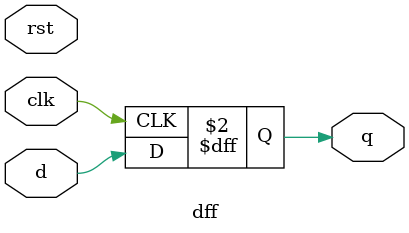
<source format=v>
module dff(input d,clk,rst,output reg q);
  always @(posedge clk)begin
    q<=d;
  end
endmodule
  

</source>
